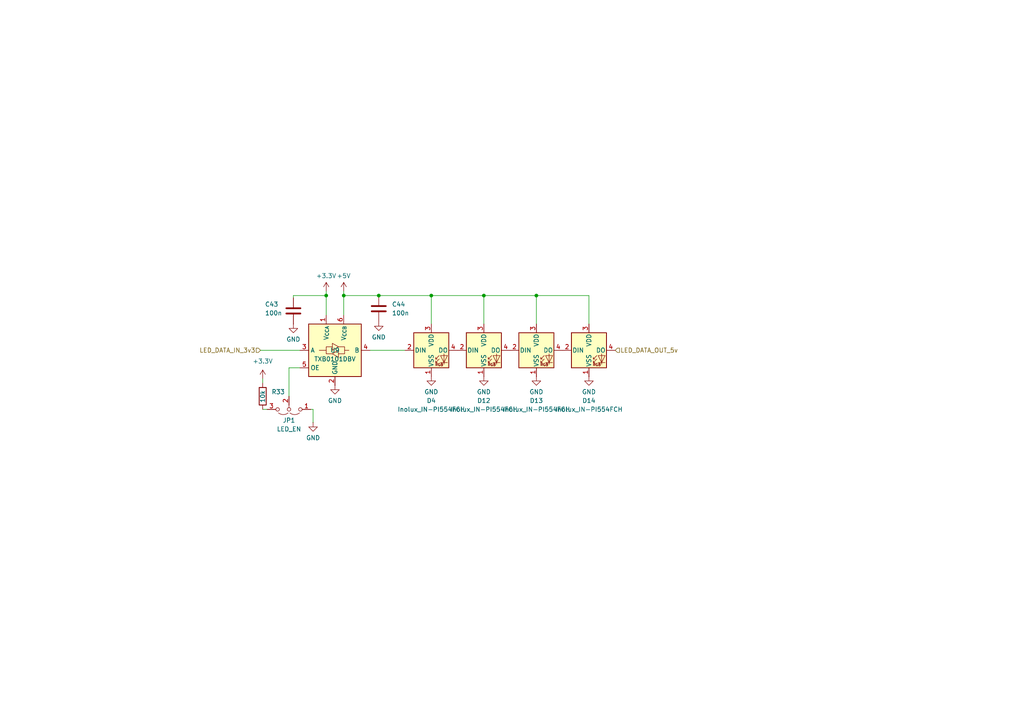
<source format=kicad_sch>
(kicad_sch (version 20231120) (generator "eeschema") (generator_version "8.0")
  (paper "A4")
  (lib_symbols
    (symbol "Device:C" (pin_numbers hide) (pin_names (offset 0.254))
      (property "Reference" "C" (at 0.635 2.54 0))
      (property "Value" "C" (at 0.635 -2.54 0))
      (symbol "C_0_1"
        (polyline (pts (xy -2.032 -0.762) (xy 2.032 -0.762)) (stroke (width 0.508)))
        (polyline (pts (xy -2.032 0.762) (xy 2.032 0.762)) (stroke (width 0.508)))
      )
      (symbol "C_1_1"
        (pin passive line (at 0 3.81 270) (length 2.794) (name "~") (number "1"))
        (pin passive line (at 0 -3.81 90) (length 2.794) (name "~") (number "2"))
      )
    )
    (symbol "Device:R" (pin_numbers hide) (pin_names (offset 0))
      (property "Reference" "R" (at 2.032 0 90))
      (property "Value" "R" (at 0 0 90))
      (symbol "R_0_1"
        (rectangle (start -1.016 -2.54) (end 1.016 2.54) (stroke (width 0.254)))
      )
      (symbol "R_1_1"
        (pin passive line (at 0 3.81 270) (length 1.27) (name "~") (number "1"))
        (pin passive line (at 0 -3.81 90) (length 1.27) (name "~") (number "2"))
      )
    )
    (symbol "GND_1" (power) (pin_numbers hide) (pin_names (offset 0) hide)
      (property "Value" "GND" (at 0 -3.81 0))
      (symbol "GND_1_0_1"
        (polyline (pts (xy 0 0) (xy 0 -1.27) (xy 1.27 -1.27) (xy 0 -2.54) (xy -1.27 -1.27) (xy 0 -1.27)))
      )
      (symbol "GND_1_1_1"
        (pin power_in line (at 0 0 270) (length 0) (name "~") (number "1"))
      )
    )
    (symbol "Jumper:Jumper_3_Open" (pin_names (offset 0) hide)
      (property "Reference" "JP" (at -2.54 -2.54 0))
      (property "Value" "Jumper_3_Open" (at 0 2.794 0))
      (symbol "Jumper_3_Open_0_0"
        (circle (center -3.302 0) (radius 0.508))
        (circle (center 0 0) (radius 0.508))
        (circle (center 3.302 0) (radius 0.508))
      )
      (symbol "Jumper_3_Open_0_1"
        (arc (start -0.254 1.016) (mid -1.651 1.4992) (end -3.048 1.016))
        (polyline (pts (xy 0 -0.508) (xy 0 -1.27)))
        (arc (start 3.048 1.016) (mid 1.651 1.4992) (end 0.254 1.016))
      )
      (symbol "Jumper_3_Open_1_1"
        (pin passive line (at -6.35 0 0) (length 2.54) (name "A") (number "1"))
        (pin passive line (at 0 -3.81 90) (length 2.54) (name "C") (number "2"))
        (pin passive line (at 6.35 0 180) (length 2.54) (name "B") (number "3"))
      )
    )
    (symbol "LED:Inolux_IN-PI554FCH" (pin_names (offset 0.254))
      (property "Reference" "D" (at 5.08 5.715 0))
      (property "Value" "Inolux_IN-PI554FCH" (at 1.27 -5.715 0))
      (symbol "Inolux_IN-PI554FCH_0_0"
        (text "RGB" (at 2.286 -4.191 0) (effects (font (size 0.762 0.762))))
      )
      (symbol "Inolux_IN-PI554FCH_0_1"
        (polyline (pts (xy 1.27 -3.556) (xy 1.778 -3.556)))
        (polyline (pts (xy 1.27 -2.54) (xy 1.778 -2.54)))
        (polyline (pts (xy 4.699 -3.556) (xy 2.667 -3.556)))
        (polyline (pts (xy 2.286 -2.54) (xy 1.27 -3.556) (xy 1.27 -3.048)))
        (polyline (pts (xy 2.286 -1.524) (xy 1.27 -2.54) (xy 1.27 -2.032)))
        (polyline (pts (xy 3.683 -1.016) (xy 3.683 -3.556) (xy 3.683 -4.064)))
        (polyline (pts (xy 4.699 -1.524) (xy 2.667 -1.524) (xy 3.683 -3.556) (xy 4.699 -1.524)))
        (rectangle (start 5.08 5.08) (end -5.08 -5.08) (stroke (width 0.254)) (fill (type background)))
      )
      (symbol "Inolux_IN-PI554FCH_1_1"
        (pin power_in line (at 0 -7.62 90) (length 2.54) (name "VSS") (number "1"))
        (pin input line (at -7.62 0 0) (length 2.54) (name "DIN") (number "2"))
        (pin power_in line (at 0 7.62 270) (length 2.54) (name "VDD") (number "3"))
        (pin output line (at 7.62 0 180) (length 2.54) (name "DO") (number "4"))
      )
    )
    (symbol "Logic_LevelTranslator:TXB0101DBV"
      (property "Reference" "U" (at -6.35 8.89 0))
      (property "Value" "TXB0101DBV" (at 3.81 8.89 0))
      (symbol "TXB0101DBV_0_1"
        (rectangle (start -7.62 7.62) (end 7.62 -7.62) (stroke (width 0.254)) (fill (type background)))
        (polyline (pts (xy -2.54 0) (xy -2.54 1.016) (xy -0.762 1.016)))
        (polyline (pts (xy 2.794 0) (xy 2.794 -1.016) (xy 1.016 -1.016)))
        (polyline (pts (xy -0.762 -1.016) (xy -2.54 -1.016) (xy -2.54 0) (xy -4.572 0)))
        (polyline (pts (xy -0.762 0) (xy -0.762 2.032) (xy 1.016 1.016) (xy -0.762 0)))
        (polyline (pts (xy 1.016 1.016) (xy 2.794 1.016) (xy 2.794 0) (xy 4.064 0)))
        (polyline (pts (xy 1.016 0) (xy 1.016 -1.778) (xy 1.016 -2.032) (xy -0.762 -1.016) (xy 1.016 0)))
      )
      (symbol "TXB0101DBV_1_1"
        (pin power_in line (at -2.54 10.16 270) (length 2.54) (name "V_{CCA}") (number "1"))
        (pin power_in line (at 0 -10.16 90) (length 2.54) (name "GND") (number "2"))
        (pin bidirectional line (at -10.16 0 0) (length 2.54) (name "A") (number "3"))
        (pin bidirectional line (at 10.16 0 180) (length 2.54) (name "B") (number "4"))
        (pin input line (at -10.16 -5.08 0) (length 2.54) (name "OE") (number "5"))
        (pin power_in line (at 2.54 10.16 270) (length 2.54) (name "V_{CCB}") (number "6"))
      )
    )
    (symbol "power:+3.3V" (power) (pin_names (offset 0))
      (property "Value" "+3.3V" (at 0 3.556 0))
      (symbol "+3.3V_0_1"
        (polyline (pts (xy -0.762 1.27) (xy 0 2.54)))
        (polyline (pts (xy 0 0) (xy 0 2.54)))
        (polyline (pts (xy 0 2.54) (xy 0.762 1.27)))
      )
      (symbol "+3.3V_1_1"
        (pin power_in line (at 0 0 90) (length 0) hide (name "+3.3V") (number "1"))
      )
    )
    (symbol "power:+5V" (power) (pin_numbers hide) (pin_names (offset 0) hide)
      (property "Value" "+5V" (at 0 3.556 0))
      (symbol "+5V_0_1"
        (polyline (pts (xy -0.762 1.27) (xy 0 2.54)))
        (polyline (pts (xy 0 0) (xy 0 2.54)))
        (polyline (pts (xy 0 2.54) (xy 0.762 1.27)))
      )
      (symbol "+5V_1_1"
        (pin power_in line (at 0 0 90) (length 0) (name "~") (number "1"))
      )
    )
  )
  (junction (at 94.615 85.725))
  (junction (at 140.335 85.725))
  (junction (at 155.575 85.725))
  (junction (at 99.695 85.725))
  (junction (at 109.855 85.725))
  (junction (at 125.095 85.725))
  (wire (pts (xy 99.695 84.455) (xy 99.695 85.725)))
  (wire (pts (xy 90.17 118.745) (xy 90.805 118.745)))
  (wire (pts (xy 94.615 85.725) (xy 85.09 85.725)))
  (wire (pts (xy 85.09 85.725) (xy 85.09 86.36)))
  (wire (pts (xy 170.815 85.725) (xy 170.815 93.98)))
  (wire (pts (xy 125.095 85.725) (xy 140.335 85.725)))
  (wire (pts (xy 140.335 85.725) (xy 140.335 93.98)))
  (wire (pts (xy 94.615 85.725) (xy 94.615 91.44)))
  (wire (pts (xy 125.095 85.725) (xy 125.095 93.98)))
  (wire (pts (xy 155.575 85.725) (xy 170.815 85.725)))
  (wire (pts (xy 75.565 101.6) (xy 86.995 101.6)))
  (wire (pts (xy 90.805 118.745) (xy 90.805 122.555)))
  (wire (pts (xy 107.315 101.6) (xy 117.475 101.6)))
  (wire (pts (xy 155.575 85.725) (xy 155.575 93.98)))
  (wire (pts (xy 99.695 85.725) (xy 99.695 91.44)))
  (wire (pts (xy 99.695 85.725) (xy 109.855 85.725)))
  (wire (pts (xy 94.615 84.455) (xy 94.615 85.725)))
  (wire (pts (xy 83.82 106.68) (xy 86.995 106.68)))
  (wire (pts (xy 76.2 118.745) (xy 77.47 118.745)))
  (wire (pts (xy 109.855 85.725) (xy 125.095 85.725)))
  (wire (pts (xy 76.2 109.855) (xy 76.2 111.125)))
  (wire (pts (xy 140.335 85.725) (xy 155.575 85.725)))
  (wire (pts (xy 83.82 106.68) (xy 83.82 114.935)))
  (hierarchical_label "LED_DATA_OUT_5v" (shape input) (at 178.435 101.6 0))
  (hierarchical_label "LED_DATA_IN_3v3" (shape input) (at 75.565 101.6 180))
  (symbol (lib_id "Logic_LevelTranslator:TXB0101DBV") (at 97.155 101.6 0) (unit 1)
    (property "Reference" "U9" (at 97.155 101.6 0))
    (property "Value" "TXB0101DBV" (at 97.155 104.14 0))
    (property "Footprint" "Package_TO_SOT_SMD:SOT-23-6" (effects (hide yes)))
    (property "Datasheet" "http://www.ti.com/lit/ds/symlink/txb0101.pdf" (effects (hide yes)))
    (property "Description" "1-Bit Bidirectional Voltage-Level Translator in TSSOP Package With Auto Direction Sensing and ±15-kV ESD Protection, SOT-23-6" (effects (hide yes)))
  )
  (symbol (lib_name "GND_1") (lib_id "power:GND") (at 85.09 93.98 0) (unit 1)
    (property "Reference" "#PWR084" (effects (hide yes)))
    (property "Value" "GND" (at 85.09 98.425 0))
    (property "Description" "Power symbol creates a global label with name \"GND\" , ground" (effects (hide yes)))
  )
  (symbol (lib_name "GND_1") (lib_id "power:GND") (at 125.095 109.22 0) (unit 1)
    (property "Reference" "#PWR090" (effects (hide yes)))
    (property "Value" "GND" (at 125.095 113.665 0))
    (property "Description" "Power symbol creates a global label with name \"GND\" , ground" (effects (hide yes)))
  )
  (symbol (lib_id "power:+5V") (at 99.695 84.455 0) (unit 1)
    (property "Reference" "#PWR088" (effects (hide yes)))
    (property "Value" "+5V" (at 99.695 80.01 0))
    (property "Description" "Power symbol creates a global label with name \"+5V\"" (effects (hide yes)))
  )
  (symbol (lib_name "GND_1") (lib_id "power:GND") (at 90.805 122.555 0) (unit 1)
    (property "Reference" "#PWR085" (effects (hide yes)))
    (property "Value" "GND" (at 90.805 127 0))
    (property "Description" "Power symbol creates a global label with name \"GND\" , ground" (effects (hide yes)))
  )
  (symbol (lib_id "Device:C") (at 85.09 90.17 180) (unit 1)
    (property "Reference" "C43" (at 76.835 88.265 0) (effects (justify right)))
    (property "Value" "100n" (at 76.835 90.805 0) (effects (justify right)))
    (property "Footprint" "Capacitor_SMD:C_0805_2012Metric" (effects (hide yes)))
  )
  (symbol (lib_name "GND_1") (lib_id "power:GND") (at 170.815 109.22 0) (unit 1)
    (property "Reference" "#PWR093" (effects (hide yes)))
    (property "Value" "GND" (at 170.815 113.665 0))
    (property "Description" "Power symbol creates a global label with name \"GND\" , ground" (effects (hide yes)))
  )
  (symbol (lib_id "LED:Inolux_IN-PI554FCH") (at 155.575 101.6 0) (unit 1)
    (property "Reference" "D13" (at 155.575 116.205 0))
    (property "Value" "Inolux_IN-PI554FCH" (at 155.575 118.745 0))
    (property "Footprint" "LED_SMD:LED_Inolux_IN-PI554FCH_PLCC4_5.0x5.0mm_P3.2mm" (effects (hide yes)))
    (property "Datasheet" "http://www.inolux-corp.com/datasheet/SMDLED/Addressable%20LED/IN-PI554FCH.pdf" (effects (hide yes)))
    (property "Description" "5050 RGB LED 4-Pin with integrated IC" (effects (hide yes)))
  )
  (symbol (lib_id "power:+3.3V") (at 94.615 84.455 0) (unit 1)
    (property "Reference" "#PWR086" (effects (hide yes)))
    (property "Value" "+3.3V" (at 94.615 80.01 0))
  )
  (symbol (lib_id "Jumper:Jumper_3_Open") (at 83.82 118.745 180) (unit 1)
    (property "Reference" "JP1" (at 83.82 121.92 0))
    (property "Value" "LED_EN" (at 83.82 124.46 0))
    (property "Description" "Jumper, 3-pole, both open" (effects (hide yes)))
  )
  (symbol (lib_name "GND_1") (lib_id "power:GND") (at 140.335 109.22 0) (unit 1)
    (property "Reference" "#PWR091" (effects (hide yes)))
    (property "Value" "GND" (at 140.335 113.665 0))
    (property "Description" "Power symbol creates a global label with name \"GND\" , ground" (effects (hide yes)))
  )
  (symbol (lib_id "LED:Inolux_IN-PI554FCH") (at 170.815 101.6 0) (unit 1)
    (property "Reference" "D14" (at 170.815 116.205 0))
    (property "Value" "Inolux_IN-PI554FCH" (at 170.815 118.745 0))
    (property "Footprint" "LED_SMD:LED_Inolux_IN-PI554FCH_PLCC4_5.0x5.0mm_P3.2mm" (effects (hide yes)))
    (property "Datasheet" "http://www.inolux-corp.com/datasheet/SMDLED/Addressable%20LED/IN-PI554FCH.pdf" (effects (hide yes)))
    (property "Description" "5050 RGB LED 4-Pin with integrated IC" (effects (hide yes)))
  )
  (symbol (lib_id "Device:R") (at 76.2 114.935 0) (unit 1)
    (property "Reference" "R33" (at 78.74 113.6649 0) (effects (justify left)))
    (property "Value" "10k" (at 76.2 116.84 90) (effects (justify left)))
    (property "Description" "Resistor" (effects (hide yes)))
  )
  (symbol (lib_name "GND_1") (lib_id "power:GND") (at 109.855 93.345 0) (unit 1)
    (property "Reference" "#PWR089" (effects (hide yes)))
    (property "Value" "GND" (at 109.855 97.79 0))
    (property "Description" "Power symbol creates a global label with name \"GND\" , ground" (effects (hide yes)))
  )
  (symbol (lib_name "GND_1") (lib_id "power:GND") (at 155.575 109.22 0) (unit 1)
    (property "Reference" "#PWR092" (effects (hide yes)))
    (property "Value" "GND" (at 155.575 113.665 0))
    (property "Description" "Power symbol creates a global label with name \"GND\" , ground" (effects (hide yes)))
  )
  (symbol (lib_id "LED:Inolux_IN-PI554FCH") (at 140.335 101.6 0) (unit 1)
    (property "Reference" "D12" (at 140.335 116.205 0))
    (property "Value" "Inolux_IN-PI554FCH" (at 140.335 118.745 0))
    (property "Footprint" "LED_SMD:LED_Inolux_IN-PI554FCH_PLCC4_5.0x5.0mm_P3.2mm" (effects (hide yes)))
    (property "Datasheet" "http://www.inolux-corp.com/datasheet/SMDLED/Addressable%20LED/IN-PI554FCH.pdf" (effects (hide yes)))
    (property "Description" "5050 RGB LED 4-Pin with integrated IC" (effects (hide yes)))
  )
  (symbol (lib_id "Device:C") (at 109.855 89.535 0) (unit 1)
    (property "Reference" "C44" (at 113.665 88.2649 0) (effects (justify left)))
    (property "Value" "100n" (at 113.665 90.8049 0) (effects (justify left)))
    (property "Description" "Unpolarized capacitor" (effects (hide yes)))
  )
  (symbol (lib_id "power:+3.3V") (at 76.2 109.855 0) (unit 1)
    (property "Reference" "#PWR083" (effects (hide yes)))
    (property "Value" "+3.3V" (at 76.2 104.775 0))
  )
  (symbol (lib_name "GND_1") (lib_id "power:GND") (at 97.155 111.76 0) (unit 1)
    (property "Reference" "#PWR087" (effects (hide yes)))
    (property "Value" "GND" (at 97.155 116.205 0))
    (property "Description" "Power symbol creates a global label with name \"GND\" , ground" (effects (hide yes)))
  )
  (symbol (lib_id "LED:Inolux_IN-PI554FCH") (at 125.095 101.6 0) (unit 1)
    (property "Reference" "D4" (at 125.095 116.205 0))
    (property "Value" "Inolux_IN-PI554FCH" (at 125.095 118.745 0))
    (property "Footprint" "LED_SMD:LED_Inolux_IN-PI554FCH_PLCC4_5.0x5.0mm_P3.2mm" (effects (hide yes)))
    (property "Datasheet" "http://www.inolux-corp.com/datasheet/SMDLED/Addressable%20LED/IN-PI554FCH.pdf" (effects (hide yes)))
    (property "Description" "5050 RGB LED 4-Pin with integrated IC" (effects (hide yes)))
  )
)
</source>
